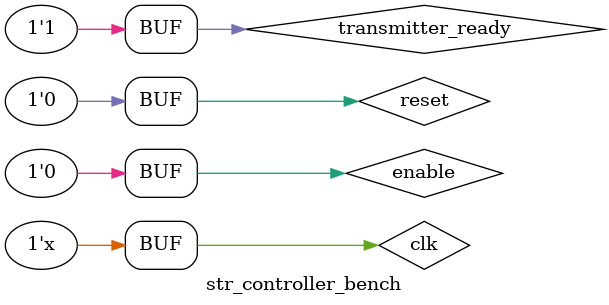
<source format=v>
/*
Author: Spence Johnston
Module:  string controller 
Purpose: 	
	loops through string, outputting string one char at a time
	one char = one byte
	only passed data when transmitter is ready.
*/

module str_controller 
(
	input clk, reset, enable,
	input transmitter_ready,
	output reg [7:0] out,
	output reg out_en //enable the recieving fsm
);

//states
localparam IDLE = 1;
localparam SEND = 2;
localparam WAIT = 0;
localparam BUFFER = 3;

reg [7:0] str [0:11];//array of 12 8-bit characters
reg [1:0] state;
reg [3:0] count;

always @ ( posedge clk )
begin
	if (reset)
	begin
		str[0] = "H";
		str[1] = "e";
		str[2] = "l";
		str[3] = "l";
		str[4] = "o";
		str[5] = " ";
		str[6] = "s";
		str[7] = "p";
		str[8] = "e";
		str[9] = "n";
		str[10] = "c";
		str[11] = "e";
		
		state = IDLE;
	end
	else
		case (state)
			IDLE://waiting for enable
			begin
				count = 0;
				out = 0;
				
				if (enable)
					state = WAIT;
				else
					state = state;
			end
			WAIT: //doesn't send enable signal
			begin
				out = str[count];
				
				if ( ~(count < 12) ) //if count is out of bounds of string
					state = IDLE;
				else
				if ( transmitter_ready )
					state = SEND;
				else
					state = state;
			end
			SEND: //sends enable signal. inc counter
			begin
				count = count + 1'b1;
				state = BUFFER;
			end
			BUFFER: //needs one clock cycle for transmitter_fsm to interact correctly. this solved that. (my issue)
			begin
				state = WAIT;
			end
		endcase
end

always @ ( state )
begin
	case (state)
		IDLE,
		BUFFER,
		WAIT:
		begin
			out_en = 0;
		end
		SEND:
		begin
			out_en = 1;
		end
	endcase
end
endmodule 

// TESTBENCH
module str_controller_bench;

reg clk, reset, enable;
reg transmitter_ready;
wire [7:0] out;
wire out_en;

str_controller c0 (clk, reset, enable, transmitter_ready, out, out_en);

initial
begin
	clk = 1;
	reset = 1;
	enable = 0;
	transmitter_ready = 1;
	
	#2 reset = 0;
	#2 enable = 1;
	#1 enable = 0;
	
	#1 transmitter_ready = 0;
	#6 transmitter_ready = 1;
	
	#4 transmitter_ready = 0;
	#10 transmitter_ready = 1;
end

always
begin
	#1 clk = ~clk;
end
endmodule

</source>
